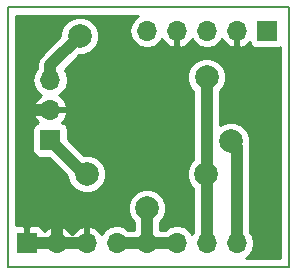
<source format=gbr>
G04 #@! TF.FileFunction,Copper,L1,Top,Signal*
%FSLAX46Y46*%
G04 Gerber Fmt 4.6, Leading zero omitted, Abs format (unit mm)*
G04 Created by KiCad (PCBNEW 4.0.6) date Tue May 26 19:12:12 2020*
%MOMM*%
%LPD*%
G01*
G04 APERTURE LIST*
%ADD10C,0.100000*%
%ADD11C,0.150000*%
%ADD12R,1.700000X1.700000*%
%ADD13O,1.700000X1.700000*%
%ADD14C,2.000000*%
%ADD15C,1.000000*%
%ADD16C,0.250000*%
%ADD17C,0.254000*%
G04 APERTURE END LIST*
D10*
D11*
X39430000Y-46430000D02*
X39440000Y-46430000D01*
X39430000Y-24470000D02*
X39430000Y-46430000D01*
X63210000Y-24470000D02*
X39430000Y-24470000D01*
X63210000Y-46430000D02*
X63210000Y-24470000D01*
X39440000Y-46430000D02*
X63210000Y-46430000D01*
D12*
X41030000Y-44430000D03*
D13*
X43570000Y-44430000D03*
X46110000Y-44430000D03*
X48650000Y-44430000D03*
X51190000Y-44430000D03*
X53730000Y-44430000D03*
X56270000Y-44430000D03*
X58810000Y-44430000D03*
D12*
X61360000Y-26450000D03*
D13*
X58820000Y-26450000D03*
X56280000Y-26450000D03*
X53740000Y-26450000D03*
X51200000Y-26450000D03*
D12*
X43000000Y-35700000D03*
D13*
X43000000Y-33160000D03*
X43000000Y-30620000D03*
D14*
X43600000Y-40900000D03*
X53740000Y-32390000D03*
X51200000Y-41500000D03*
X56200000Y-38600000D03*
X46100000Y-38600000D03*
X56240000Y-30400000D03*
X45500000Y-26900000D03*
X58280000Y-35810000D03*
D15*
X43570000Y-40870000D02*
X43570000Y-40500000D01*
X43600000Y-40900000D02*
X43570000Y-40870000D01*
X43570000Y-40500000D02*
X43570000Y-39970000D01*
X41640000Y-33160000D02*
X43000000Y-33160000D01*
X40800000Y-34000000D02*
X41640000Y-33160000D01*
X40800000Y-37200000D02*
X40800000Y-34000000D01*
X43570000Y-39970000D02*
X40800000Y-37200000D01*
X45400000Y-41200000D02*
X46500000Y-41200000D01*
X46500000Y-41200000D02*
X53740000Y-33960000D01*
X43570000Y-41200000D02*
X45400000Y-41200000D01*
X53740000Y-33960000D02*
X53740000Y-32390000D01*
X43570000Y-42400000D02*
X43570000Y-41200000D01*
X43570000Y-41200000D02*
X43570000Y-40500000D01*
X43570000Y-44430000D02*
X43570000Y-42400000D01*
X41030000Y-44430000D02*
X43570000Y-44430000D01*
X43570000Y-44430000D02*
X46110000Y-44430000D01*
X48650000Y-44430000D02*
X51190000Y-44430000D01*
X51190000Y-44430000D02*
X53730000Y-44430000D01*
X51200000Y-41500000D02*
X51210000Y-41510000D01*
X51210000Y-41510000D02*
X51190000Y-44430000D01*
D16*
X53730000Y-44430000D02*
X51190000Y-44430000D01*
D15*
X46100000Y-38600000D02*
X45900000Y-38600000D01*
X45900000Y-38600000D02*
X43000000Y-35700000D01*
X56200000Y-38600000D02*
X56270000Y-38600000D01*
X56270000Y-30430000D02*
X56270000Y-38600000D01*
X56270000Y-38600000D02*
X56270000Y-44430000D01*
X56240000Y-30400000D02*
X56270000Y-30430000D01*
X43000000Y-30620000D02*
X43000000Y-29400000D01*
X43000000Y-29400000D02*
X45500000Y-26900000D01*
X58810000Y-36340000D02*
X58810000Y-44430000D01*
X58280000Y-35810000D02*
X58810000Y-36340000D01*
D17*
G36*
X50149946Y-25370853D02*
X49828039Y-25852622D01*
X49715000Y-26420907D01*
X49715000Y-26479093D01*
X49828039Y-27047378D01*
X50149946Y-27529147D01*
X50631715Y-27851054D01*
X51200000Y-27964093D01*
X51768285Y-27851054D01*
X52250054Y-27529147D01*
X52477702Y-27188447D01*
X52544817Y-27331358D01*
X52973076Y-27721645D01*
X53383110Y-27891476D01*
X53613000Y-27770155D01*
X53613000Y-26577000D01*
X53593000Y-26577000D01*
X53593000Y-26323000D01*
X53613000Y-26323000D01*
X53613000Y-26303000D01*
X53867000Y-26303000D01*
X53867000Y-26323000D01*
X53887000Y-26323000D01*
X53887000Y-26577000D01*
X53867000Y-26577000D01*
X53867000Y-27770155D01*
X54096890Y-27891476D01*
X54506924Y-27721645D01*
X54935183Y-27331358D01*
X55002298Y-27188447D01*
X55229946Y-27529147D01*
X55711715Y-27851054D01*
X56280000Y-27964093D01*
X56848285Y-27851054D01*
X57330054Y-27529147D01*
X57557702Y-27188447D01*
X57624817Y-27331358D01*
X58053076Y-27721645D01*
X58463110Y-27891476D01*
X58693000Y-27770155D01*
X58693000Y-26577000D01*
X58673000Y-26577000D01*
X58673000Y-26323000D01*
X58693000Y-26323000D01*
X58693000Y-26303000D01*
X58947000Y-26303000D01*
X58947000Y-26323000D01*
X58967000Y-26323000D01*
X58967000Y-26577000D01*
X58947000Y-26577000D01*
X58947000Y-27770155D01*
X59176890Y-27891476D01*
X59586924Y-27721645D01*
X59889937Y-27445499D01*
X59906838Y-27535317D01*
X60045910Y-27751441D01*
X60258110Y-27896431D01*
X60510000Y-27947440D01*
X62210000Y-27947440D01*
X62445317Y-27903162D01*
X62500000Y-27867974D01*
X62500000Y-45720000D01*
X59544489Y-45720000D01*
X59860054Y-45509147D01*
X60181961Y-45027378D01*
X60295000Y-44459093D01*
X60295000Y-44400907D01*
X60181961Y-43832622D01*
X59945000Y-43477984D01*
X59945000Y-36340000D01*
X59907843Y-36153200D01*
X59914716Y-36136648D01*
X59915284Y-35486205D01*
X59666894Y-34885057D01*
X59207363Y-34424722D01*
X58606648Y-34175284D01*
X57956205Y-34174716D01*
X57405000Y-34402470D01*
X57405000Y-31547256D01*
X57625278Y-31327363D01*
X57874716Y-30726648D01*
X57875284Y-30076205D01*
X57626894Y-29475057D01*
X57167363Y-29014722D01*
X56566648Y-28765284D01*
X55916205Y-28764716D01*
X55315057Y-29013106D01*
X54854722Y-29472637D01*
X54605284Y-30073352D01*
X54604716Y-30723795D01*
X54853106Y-31324943D01*
X55135000Y-31607330D01*
X55135000Y-37352918D01*
X54814722Y-37672637D01*
X54565284Y-38273352D01*
X54564716Y-38923795D01*
X54813106Y-39524943D01*
X55135000Y-39847400D01*
X55135000Y-43477984D01*
X55000000Y-43680026D01*
X54780054Y-43350853D01*
X54298285Y-43028946D01*
X53730000Y-42915907D01*
X53161715Y-43028946D01*
X52763536Y-43295000D01*
X52332800Y-43295000D01*
X52337046Y-42675162D01*
X52585278Y-42427363D01*
X52834716Y-41826648D01*
X52835284Y-41176205D01*
X52586894Y-40575057D01*
X52127363Y-40114722D01*
X51526648Y-39865284D01*
X50876205Y-39864716D01*
X50275057Y-40113106D01*
X49814722Y-40572637D01*
X49565284Y-41173352D01*
X49564716Y-41823795D01*
X49813106Y-42424943D01*
X50066965Y-42679246D01*
X50062748Y-43295000D01*
X49616464Y-43295000D01*
X49218285Y-43028946D01*
X48650000Y-42915907D01*
X48081715Y-43028946D01*
X47599946Y-43350853D01*
X47372298Y-43691553D01*
X47305183Y-43548642D01*
X46876924Y-43158355D01*
X46466890Y-42988524D01*
X46237000Y-43109845D01*
X46237000Y-44303000D01*
X46257000Y-44303000D01*
X46257000Y-44557000D01*
X46237000Y-44557000D01*
X46237000Y-44577000D01*
X45983000Y-44577000D01*
X45983000Y-44557000D01*
X43697000Y-44557000D01*
X43697000Y-44577000D01*
X43443000Y-44577000D01*
X43443000Y-44557000D01*
X41157000Y-44557000D01*
X41157000Y-44577000D01*
X40903000Y-44577000D01*
X40903000Y-44557000D01*
X40883000Y-44557000D01*
X40883000Y-44303000D01*
X40903000Y-44303000D01*
X40903000Y-43103750D01*
X41157000Y-43103750D01*
X41157000Y-44303000D01*
X43443000Y-44303000D01*
X43443000Y-43109845D01*
X43697000Y-43109845D01*
X43697000Y-44303000D01*
X45983000Y-44303000D01*
X45983000Y-43109845D01*
X45753110Y-42988524D01*
X45343076Y-43158355D01*
X44914817Y-43548642D01*
X44840000Y-43707954D01*
X44765183Y-43548642D01*
X44336924Y-43158355D01*
X43926890Y-42988524D01*
X43697000Y-43109845D01*
X43443000Y-43109845D01*
X43213110Y-42988524D01*
X42803076Y-43158355D01*
X42505136Y-43429878D01*
X42418327Y-43220302D01*
X42239699Y-43041673D01*
X42006310Y-42945000D01*
X41315750Y-42945000D01*
X41157000Y-43103750D01*
X40903000Y-43103750D01*
X40744250Y-42945000D01*
X40140000Y-42945000D01*
X40140000Y-34850000D01*
X41502560Y-34850000D01*
X41502560Y-36550000D01*
X41546838Y-36785317D01*
X41685910Y-37001441D01*
X41898110Y-37146431D01*
X42150000Y-37197440D01*
X42892308Y-37197440D01*
X44464850Y-38769982D01*
X44464716Y-38923795D01*
X44713106Y-39524943D01*
X45172637Y-39985278D01*
X45773352Y-40234716D01*
X46423795Y-40235284D01*
X47024943Y-39986894D01*
X47485278Y-39527363D01*
X47734716Y-38926648D01*
X47735284Y-38276205D01*
X47486894Y-37675057D01*
X47027363Y-37214722D01*
X46426648Y-36965284D01*
X45869930Y-36964798D01*
X44497440Y-35592308D01*
X44497440Y-34850000D01*
X44453162Y-34614683D01*
X44314090Y-34398559D01*
X44101890Y-34253569D01*
X43993893Y-34231699D01*
X44271645Y-33926924D01*
X44441476Y-33516890D01*
X44320155Y-33287000D01*
X43127000Y-33287000D01*
X43127000Y-33307000D01*
X42873000Y-33307000D01*
X42873000Y-33287000D01*
X41679845Y-33287000D01*
X41558524Y-33516890D01*
X41728355Y-33926924D01*
X42004501Y-34229937D01*
X41914683Y-34246838D01*
X41698559Y-34385910D01*
X41553569Y-34598110D01*
X41502560Y-34850000D01*
X40140000Y-34850000D01*
X40140000Y-30620000D01*
X41485907Y-30620000D01*
X41598946Y-31188285D01*
X41920853Y-31670054D01*
X42261553Y-31897702D01*
X42118642Y-31964817D01*
X41728355Y-32393076D01*
X41558524Y-32803110D01*
X41679845Y-33033000D01*
X42873000Y-33033000D01*
X42873000Y-33013000D01*
X43127000Y-33013000D01*
X43127000Y-33033000D01*
X44320155Y-33033000D01*
X44441476Y-32803110D01*
X44271645Y-32393076D01*
X43881358Y-31964817D01*
X43738447Y-31897702D01*
X44079147Y-31670054D01*
X44401054Y-31188285D01*
X44514093Y-30620000D01*
X44401054Y-30051715D01*
X44221756Y-29783376D01*
X45470157Y-28534975D01*
X45823795Y-28535284D01*
X46424943Y-28286894D01*
X46885278Y-27827363D01*
X47134716Y-27226648D01*
X47135284Y-26576205D01*
X46886894Y-25975057D01*
X46427363Y-25514722D01*
X45826648Y-25265284D01*
X45176205Y-25264716D01*
X44575057Y-25513106D01*
X44114722Y-25972637D01*
X43865284Y-26573352D01*
X43864973Y-26929895D01*
X42197434Y-28597434D01*
X41951397Y-28965654D01*
X41865000Y-29400000D01*
X41865000Y-29653536D01*
X41598946Y-30051715D01*
X41485907Y-30620000D01*
X40140000Y-30620000D01*
X40140000Y-25180000D01*
X50435578Y-25180000D01*
X50149946Y-25370853D01*
X50149946Y-25370853D01*
G37*
X50149946Y-25370853D02*
X49828039Y-25852622D01*
X49715000Y-26420907D01*
X49715000Y-26479093D01*
X49828039Y-27047378D01*
X50149946Y-27529147D01*
X50631715Y-27851054D01*
X51200000Y-27964093D01*
X51768285Y-27851054D01*
X52250054Y-27529147D01*
X52477702Y-27188447D01*
X52544817Y-27331358D01*
X52973076Y-27721645D01*
X53383110Y-27891476D01*
X53613000Y-27770155D01*
X53613000Y-26577000D01*
X53593000Y-26577000D01*
X53593000Y-26323000D01*
X53613000Y-26323000D01*
X53613000Y-26303000D01*
X53867000Y-26303000D01*
X53867000Y-26323000D01*
X53887000Y-26323000D01*
X53887000Y-26577000D01*
X53867000Y-26577000D01*
X53867000Y-27770155D01*
X54096890Y-27891476D01*
X54506924Y-27721645D01*
X54935183Y-27331358D01*
X55002298Y-27188447D01*
X55229946Y-27529147D01*
X55711715Y-27851054D01*
X56280000Y-27964093D01*
X56848285Y-27851054D01*
X57330054Y-27529147D01*
X57557702Y-27188447D01*
X57624817Y-27331358D01*
X58053076Y-27721645D01*
X58463110Y-27891476D01*
X58693000Y-27770155D01*
X58693000Y-26577000D01*
X58673000Y-26577000D01*
X58673000Y-26323000D01*
X58693000Y-26323000D01*
X58693000Y-26303000D01*
X58947000Y-26303000D01*
X58947000Y-26323000D01*
X58967000Y-26323000D01*
X58967000Y-26577000D01*
X58947000Y-26577000D01*
X58947000Y-27770155D01*
X59176890Y-27891476D01*
X59586924Y-27721645D01*
X59889937Y-27445499D01*
X59906838Y-27535317D01*
X60045910Y-27751441D01*
X60258110Y-27896431D01*
X60510000Y-27947440D01*
X62210000Y-27947440D01*
X62445317Y-27903162D01*
X62500000Y-27867974D01*
X62500000Y-45720000D01*
X59544489Y-45720000D01*
X59860054Y-45509147D01*
X60181961Y-45027378D01*
X60295000Y-44459093D01*
X60295000Y-44400907D01*
X60181961Y-43832622D01*
X59945000Y-43477984D01*
X59945000Y-36340000D01*
X59907843Y-36153200D01*
X59914716Y-36136648D01*
X59915284Y-35486205D01*
X59666894Y-34885057D01*
X59207363Y-34424722D01*
X58606648Y-34175284D01*
X57956205Y-34174716D01*
X57405000Y-34402470D01*
X57405000Y-31547256D01*
X57625278Y-31327363D01*
X57874716Y-30726648D01*
X57875284Y-30076205D01*
X57626894Y-29475057D01*
X57167363Y-29014722D01*
X56566648Y-28765284D01*
X55916205Y-28764716D01*
X55315057Y-29013106D01*
X54854722Y-29472637D01*
X54605284Y-30073352D01*
X54604716Y-30723795D01*
X54853106Y-31324943D01*
X55135000Y-31607330D01*
X55135000Y-37352918D01*
X54814722Y-37672637D01*
X54565284Y-38273352D01*
X54564716Y-38923795D01*
X54813106Y-39524943D01*
X55135000Y-39847400D01*
X55135000Y-43477984D01*
X55000000Y-43680026D01*
X54780054Y-43350853D01*
X54298285Y-43028946D01*
X53730000Y-42915907D01*
X53161715Y-43028946D01*
X52763536Y-43295000D01*
X52332800Y-43295000D01*
X52337046Y-42675162D01*
X52585278Y-42427363D01*
X52834716Y-41826648D01*
X52835284Y-41176205D01*
X52586894Y-40575057D01*
X52127363Y-40114722D01*
X51526648Y-39865284D01*
X50876205Y-39864716D01*
X50275057Y-40113106D01*
X49814722Y-40572637D01*
X49565284Y-41173352D01*
X49564716Y-41823795D01*
X49813106Y-42424943D01*
X50066965Y-42679246D01*
X50062748Y-43295000D01*
X49616464Y-43295000D01*
X49218285Y-43028946D01*
X48650000Y-42915907D01*
X48081715Y-43028946D01*
X47599946Y-43350853D01*
X47372298Y-43691553D01*
X47305183Y-43548642D01*
X46876924Y-43158355D01*
X46466890Y-42988524D01*
X46237000Y-43109845D01*
X46237000Y-44303000D01*
X46257000Y-44303000D01*
X46257000Y-44557000D01*
X46237000Y-44557000D01*
X46237000Y-44577000D01*
X45983000Y-44577000D01*
X45983000Y-44557000D01*
X43697000Y-44557000D01*
X43697000Y-44577000D01*
X43443000Y-44577000D01*
X43443000Y-44557000D01*
X41157000Y-44557000D01*
X41157000Y-44577000D01*
X40903000Y-44577000D01*
X40903000Y-44557000D01*
X40883000Y-44557000D01*
X40883000Y-44303000D01*
X40903000Y-44303000D01*
X40903000Y-43103750D01*
X41157000Y-43103750D01*
X41157000Y-44303000D01*
X43443000Y-44303000D01*
X43443000Y-43109845D01*
X43697000Y-43109845D01*
X43697000Y-44303000D01*
X45983000Y-44303000D01*
X45983000Y-43109845D01*
X45753110Y-42988524D01*
X45343076Y-43158355D01*
X44914817Y-43548642D01*
X44840000Y-43707954D01*
X44765183Y-43548642D01*
X44336924Y-43158355D01*
X43926890Y-42988524D01*
X43697000Y-43109845D01*
X43443000Y-43109845D01*
X43213110Y-42988524D01*
X42803076Y-43158355D01*
X42505136Y-43429878D01*
X42418327Y-43220302D01*
X42239699Y-43041673D01*
X42006310Y-42945000D01*
X41315750Y-42945000D01*
X41157000Y-43103750D01*
X40903000Y-43103750D01*
X40744250Y-42945000D01*
X40140000Y-42945000D01*
X40140000Y-34850000D01*
X41502560Y-34850000D01*
X41502560Y-36550000D01*
X41546838Y-36785317D01*
X41685910Y-37001441D01*
X41898110Y-37146431D01*
X42150000Y-37197440D01*
X42892308Y-37197440D01*
X44464850Y-38769982D01*
X44464716Y-38923795D01*
X44713106Y-39524943D01*
X45172637Y-39985278D01*
X45773352Y-40234716D01*
X46423795Y-40235284D01*
X47024943Y-39986894D01*
X47485278Y-39527363D01*
X47734716Y-38926648D01*
X47735284Y-38276205D01*
X47486894Y-37675057D01*
X47027363Y-37214722D01*
X46426648Y-36965284D01*
X45869930Y-36964798D01*
X44497440Y-35592308D01*
X44497440Y-34850000D01*
X44453162Y-34614683D01*
X44314090Y-34398559D01*
X44101890Y-34253569D01*
X43993893Y-34231699D01*
X44271645Y-33926924D01*
X44441476Y-33516890D01*
X44320155Y-33287000D01*
X43127000Y-33287000D01*
X43127000Y-33307000D01*
X42873000Y-33307000D01*
X42873000Y-33287000D01*
X41679845Y-33287000D01*
X41558524Y-33516890D01*
X41728355Y-33926924D01*
X42004501Y-34229937D01*
X41914683Y-34246838D01*
X41698559Y-34385910D01*
X41553569Y-34598110D01*
X41502560Y-34850000D01*
X40140000Y-34850000D01*
X40140000Y-30620000D01*
X41485907Y-30620000D01*
X41598946Y-31188285D01*
X41920853Y-31670054D01*
X42261553Y-31897702D01*
X42118642Y-31964817D01*
X41728355Y-32393076D01*
X41558524Y-32803110D01*
X41679845Y-33033000D01*
X42873000Y-33033000D01*
X42873000Y-33013000D01*
X43127000Y-33013000D01*
X43127000Y-33033000D01*
X44320155Y-33033000D01*
X44441476Y-32803110D01*
X44271645Y-32393076D01*
X43881358Y-31964817D01*
X43738447Y-31897702D01*
X44079147Y-31670054D01*
X44401054Y-31188285D01*
X44514093Y-30620000D01*
X44401054Y-30051715D01*
X44221756Y-29783376D01*
X45470157Y-28534975D01*
X45823795Y-28535284D01*
X46424943Y-28286894D01*
X46885278Y-27827363D01*
X47134716Y-27226648D01*
X47135284Y-26576205D01*
X46886894Y-25975057D01*
X46427363Y-25514722D01*
X45826648Y-25265284D01*
X45176205Y-25264716D01*
X44575057Y-25513106D01*
X44114722Y-25972637D01*
X43865284Y-26573352D01*
X43864973Y-26929895D01*
X42197434Y-28597434D01*
X41951397Y-28965654D01*
X41865000Y-29400000D01*
X41865000Y-29653536D01*
X41598946Y-30051715D01*
X41485907Y-30620000D01*
X40140000Y-30620000D01*
X40140000Y-25180000D01*
X50435578Y-25180000D01*
X50149946Y-25370853D01*
M02*

</source>
